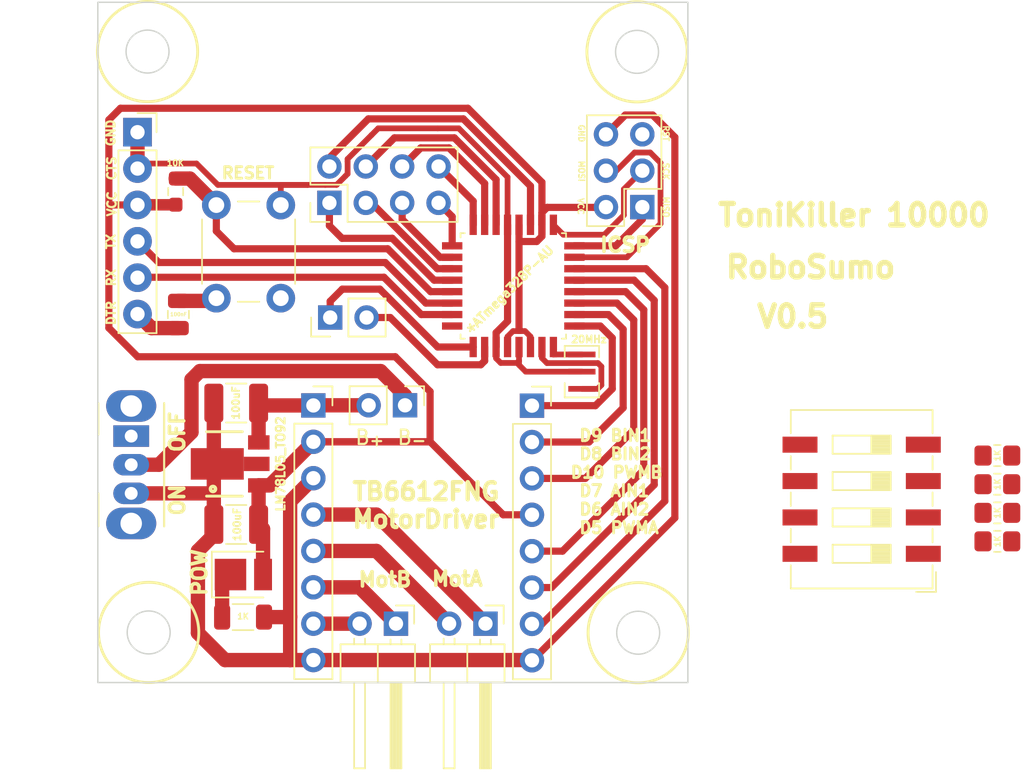
<source format=kicad_pcb>
(kicad_pcb (version 20221018) (generator pcbnew)
  (layers (0 "F.Cu" signal) (31 "B.Cu" signal) (34 "B.Paste" user) (35 "F.Paste" user) (36 "B.SilkS" user "B.Silkscreen") (37 "F.SilkS" user "F.Silkscreen") (38 "B.Mask" user) (39 "F.Mask" user) (44 "Edge.Cuts" user))
  (net 0 "")
  (net 1 "+BATT")
  (net 2 "RESET")
  (net 3 "Net-(J7-Pin_2)")
  (net 4 "Net-(J7-Pin_1)")
  (net 5 "Net-(J6-Pin_1)")
  (net 6 "Net-(J6-Pin_2)")
  (net 7 "Net-(D1-K)")
  (net 8 "DTR")
  (net 9 "MISO")
  (net 10 "SCK")
  (net 11 "Net-(R7-Pad2)")
  (net 12 "PWMA")
  (net 13 "AIN2")
  (net 14 "Net-(U1-XTAL1{slash}PB6)")
  (net 15 "Net-(U1-XTAL2{slash}PB7)")
  (net 16 "PWMB")
  (net 17 "BIN2")
  (net 18 "BIN1")
  (net 19 "MOSI")
  (net 20 "A6")
  (net 21 "A7")
  (net 22 "Sensor0")
  (net 23 "Sensor1")
  (net 24 "Net-(R8-Pad2)")
  (net 25 "Net-(R9-Pad2)")
  (net 26 "Net-(R10-Pad2)")
  (net 27 "TX")
  (net 28 "RX")
  (net 29 "AIN1")
  (net 30 "A0")
  (net 31 "A1")
  (net 32 "A2")
  (net 33 "A3")
  (net 34 "+5V")
  (net 36 "unconnected-(U1-PD4-Pad2)")
  (net 37 "unconnected-(U1-~PD3-Pad1)")
  (net 38 "GND")
  (net 39 "Net-(J1-Pin_1)")
  (footprint "Resistor_SMD:R_0805_2012Metric_Pad1.20x1.40mm_HandSolder" (layer "F.Cu") (at 171.65 110.4)
    (fp_text reference "R9" hide)
    (fp_text value "1K" (at 0.01 0 90) (layer "F.SilkS") (effects (font (size 0.4 0.4) (thickness 0.1))))
    (pad "1" smd roundrect (at -1 0) (size 1.2 1.4) (layers "F.Cu" "F.Paste" "F.Mask") (roundrect_rratio 0.208333) (net 34 "+5V"))
    (pad "2" smd roundrect (at 1 0) (size 1.2 1.4) (layers "F.Cu" "F.Paste" "F.Mask") (roundrect_rratio 0.208333) (net 25 "Net-(R9-Pad2)"))
  )
  (footprint "Capacitor_SMD:C_0805_2012Metric" (layer "F.Cu") (at 114.465 98.55 90)
    (fp_text reference "C3" hide)
    (fp_text value "100nF" (at 0.01 0.01) (layer "F.SilkS") (effects (font (size 0.25 0.25) (thickness 0.0625))))
    (pad "1" smd roundrect (at -0.95 0 90) (size 1 1.45) (layers "F.Cu" "F.Paste" "F.Mask") (net 8 "DTR"))
    (pad "2" smd roundrect (at 0.95 0 90) (size 1 1.45) (layers "F.Cu" "F.Paste" "F.Mask") (net 2 "RESET"))
  )
  (footprint "Resistor_SMD:R_0603_1608Metric_Pad0.98x0.95mm_HandSolder" (layer "F.Cu") (at 114.275 89.97 -90)
    (fp_text reference "R2" hide)
    (fp_text value "10K" (at -1.99 0.02) (layer "F.SilkS") (effects (font (size 0.4 0.4) (thickness 0.1))))
    (pad "1" smd roundrect (at -0.9125 0 270) (size 0.975 0.95) (layers "F.Cu" "F.Paste" "F.Mask") (net 2 "RESET"))
    (pad "2" smd roundrect (at 0.9125 0 270) (size 0.975 0.95) (layers "F.Cu" "F.Paste" "F.Mask") (net 34 "+5V"))
  )
  (footprint "Crystal:Resonator_SMD_Murata_CSTxExxV-3Pin_3.0x1.1mm" (layer "F.Cu") (at 142.639686 102.5412 90)
    (fp_text reference "Y1" hide)
    (fp_text value "20MHz" (at 2.257201 0.492801 180) (layer "F.SilkS") (effects (font (size 0.5 0.5) (thickness 0.125))))
    (pad "1" smd rect (at -1.2 0 90) (size 0.4 1.9) (layers "F.Cu" "F.Paste" "F.Mask") (net 14 "Net-(U1-XTAL1{slash}PB6)"))
    (pad "2" smd rect (at 0 0 90) (size 0.4 1.9) (layers "F.Cu" "F.Paste" "F.Mask") (net 38 "GND"))
    (pad "3" smd rect (at 1.2 0 90) (size 0.4 1.9) (layers "F.Cu" "F.Paste" "F.Mask") (net 15 "Net-(U1-XTAL2{slash}PB7)"))
  )
  (footprint "Resistor_SMD:R_0805_2012Metric_Pad1.20x1.40mm_HandSolder" (layer "F.Cu") (at 171.65 112.4)
    (fp_text reference "R8" hide)
    (fp_text value "1K" (at 0.01 0 90) (layer "F.SilkS") (effects (font (size 0.4 0.4) (thickness 0.1))))
    (pad "1" smd roundrect (at -1 0) (size 1.2 1.4) (layers "F.Cu" "F.Paste" "F.Mask") (roundrect_rratio 0.208333) (net 34 "+5V"))
    (pad "2" smd roundrect (at 1 0) (size 1.2 1.4) (layers "F.Cu" "F.Paste" "F.Mask") (roundrect_rratio 0.208333) (net 24 "Net-(R8-Pad2)"))
  )
  (footprint "Resistor_SMD:R_1206_3216Metric" (layer "F.Cu") (at 118.98125 119.67875 180)
    (fp_text reference "R1" hide)
    (fp_text value "1K" (at 0 0.05) (layer "F.SilkS") (effects (font (size 0.4 0.4) (thickness 0.1))))
    (pad "1" smd roundrect (at -1.4625 0 180) (size 1.125 1.75) (layers "F.Cu" "F.Paste" "F.Mask") (roundrect_rratio 0.222222) (net 38 "GND"))
    (pad "2" smd roundrect (at 1.4625 0 180) (size 1.125 1.75) (layers "F.Cu" "F.Paste" "F.Mask") (roundrect_rratio 0.222222) (net 7 "Net-(D1-K)"))
  )
  (footprint "Button_Switch_SMD:SW_DIP_SPSTx04_Slide_9.78x12.34mm_W8.61mm_P2.54mm" (layer "F.Cu") (at 162.175 111.45 180)
    (fp_text reference "SW3" hide)
    (fp_text value "SW_DIP_x04")
    (pad "1" smd rect (at -4.305 -3.81 180) (size 2.44 1.12) (layers "F.Cu" "F.Paste" "F.Mask") (net 11 "Net-(R7-Pad2)"))
    (pad "2" smd rect (at -4.305 -1.27 180) (size 2.44 1.12) (layers "F.Cu" "F.Paste" "F.Mask") (net 24 "Net-(R8-Pad2)"))
    (pad "3" smd rect (at -4.305 1.27 180) (size 2.44 1.12) (layers "F.Cu" "F.Paste" "F.Mask") (net 25 "Net-(R9-Pad2)"))
    (pad "4" smd rect (at -4.305 3.81 180) (size 2.44 1.12) (layers "F.Cu" "F.Paste" "F.Mask") (net 26 "Net-(R10-Pad2)"))
    (pad "5" smd rect (at 4.305 3.81 180) (size 2.44 1.12) (layers "F.Cu" "F.Paste" "F.Mask") (net 38 "GND"))
    (pad "6" smd rect (at 4.305 1.27 180) (size 2.44 1.12) (layers "F.Cu" "F.Paste" "F.Mask") (net 38 "GND"))
    (pad "7" smd rect (at 4.305 -1.27 180) (size 2.44 1.12) (layers "F.Cu" "F.Paste" "F.Mask") (net 38 "GND"))
    (pad "8" smd rect (at 4.305 -3.81 180) (size 2.44 1.12) (layers "F.Cu" "F.Paste" "F.Mask") (net 38 "GND"))
  )
  (footprint "78L05:PK(R-PSSO-F3)" (layer "F.Cu") (at 116.43 108.9825 90)
    (fp_text reference "U2" hide)
    (fp_text value "LM78L05_TO92" (at -0.0025 5.175 90) (layer "F.SilkS") (effects (font (size 0.6 0.6))))
    (pad "1" smd rect (at -1.5 3.65 90) (size 1 1.5) (layers "F.Cu" "F.Paste" "F.Mask") (net 34 "+5V"))
    (pad "2" smd rect (at 0 0.75 90) (size 2.2 3.7) (layers "F.Cu" "F.Paste" "F.Mask") (net 38 "GND"))
    (pad "2" smd rect (at 0 3.5 90) (size 1 1.8) (layers "F.Cu" "F.Paste" "F.Mask") (net 38 "GND"))
    (pad "3" smd rect (at 1.5 3.65 90) (size 1 1.5) (layers "F.Cu" "F.Paste" "F.Mask") (net 1 "+BATT"))
  )
  (footprint "Connector_PinHeader_2.54mm:PinHeader_1x02_P2.54mm_Vertical" (layer "F.Cu") (at 125.065 98.76 90)
    (fp_text reference "J1" hide)
    (fp_text value "BAT" hide)
    (pad "1" thru_hole rect (at 0 0 90) (size 1.7 1.7) (drill 1) (layers "*.Cu" "*.Mask"))
    (pad "2" thru_hole oval (at 0 2.54 90) (size 1.7 1.7) (drill 1) (layers "*.Cu" "*.Mask"))
  )
  (footprint "LED_SMD:LED_PLCC_2835" (layer "F.Cu") (at 119.00125 116.70875)
    (fp_text reference "D1" hide)
    (fp_text value "POW")
    (pad "1" smd rect (at -0.9 0) (size 2.2 2.2) (layers "F.Cu" "F.Paste" "F.Mask") (net 7 "Net-(D1-K)"))
    (pad "2" smd rect (at 1.375 0) (size 1.25 2.2) (layers "F.Cu" "F.Paste" "F.Mask") (net 34 "+5V"))
  )
  (footprint "Resistor_SMD:R_0805_2012Metric_Pad1.20x1.40mm_HandSolder" (layer "F.Cu") (at 171.65 108.4)
    (fp_text reference "R10" hide)
    (fp_text value "1K" (at 0.01 0 90) (layer "F.SilkS") (effects (font (size 0.4 0.4) (thickness 0.1))))
    (pad "1" smd roundrect (at -1 0) (size 1.2 1.4) (layers "F.Cu" "F.Paste" "F.Mask") (roundrect_rratio 0.208333) (net 34 "+5V"))
    (pad "2" smd roundrect (at 1 0) (size 1.2 1.4) (layers "F.Cu" "F.Paste" "F.Mask") (roundrect_rratio 0.208333) (net 26 "Net-(R10-Pad2)"))
  )
  (footprint "Resistor_SMD:R_0805_2012Metric_Pad1.20x1.40mm_HandSolder" (layer "F.Cu") (at 171.65 114.39)
    (fp_text reference "R7" hide)
    (fp_text value "1K" (at 0.01 0 90) (layer "F.SilkS") (effects (font (size 0.4 0.4) (thickness 0.1))))
    (pad "1" smd roundrect (at -1 0) (size 1.2 1.4) (layers "F.Cu" "F.Paste" "F.Mask") (roundrect_rratio 0.208333) (net 34 "+5V"))
    (pad "2" smd roundrect (at 1 0) (size 1.2 1.4) (layers "F.Cu" "F.Paste" "F.Mask") (roundrect_rratio 0.208333) (net 11 "Net-(R7-Pad2)"))
  )
  (footprint "Connector_PinHeader_2.54mm:PinHeader_2x03_P2.54mm_Vertical" (layer "F.Cu") (at 146.86 91.05 180)
    (fp_text reference "J2" hide)
    (fp_text value "ICSP" (at 1.2 -2.64 unlocked) (layer "F.SilkS") (effects (font (thickness 0.25))))
    (pad "1" thru_hole rect (at 0 0 180) (size 1.7 1.7) (drill 1) (layers "*.Cu" "*.Mask") (net 9 "MISO"))
    (pad "2" thru_hole oval (at 2.54 0 180) (size 1.7 1.7) (drill 1) (layers "*.Cu" "*.Mask") (net 34 "+5V"))
    (pad "3" thru_hole oval (at 0 2.54 180) (size 1.7 1.7) (drill 1) (layers "*.Cu" "*.Mask") (net 10 "SCK"))
    (pad "4" thru_hole oval (at 2.54 2.54 180) (size 1.7 1.7) (drill 1) (layers "*.Cu" "*.Mask") (net 19 "MOSI"))
    (pad "5" thru_hole oval (at 0 5.08 180) (size 1.7 1.7) (drill 1) (layers "*.Cu" "*.Mask") (net 2 "RESET"))
    (pad "6" thru_hole oval (at 2.54 5.08 180) (size 1.7 1.7) (drill 1) (layers "*.Cu" "*.Mask") (net 38 "GND"))
  )
  (footprint "Connector_PinHeader_2.54mm:PinHeader_2x04_P2.54mm_Vertical" (layer "F.Cu") (at 125.01 90.755 90)
    (fp_text reference "REF**" hide)
    (fp_text value "PinHeader_2x04_P2.54mm_Vertical" hide)
    (pad "1" thru_hole rect (at 0 0 90) (size 1.7 1.7) (drill 1) (layers "*.Cu" "*.Mask"))
    (pad "2" thru_hole oval (at 2.54 0 90) (size 1.7 1.7) (drill 1) (layers "*.Cu" "*.Mask"))
    (pad "3" thru_hole oval (at 0 2.54 90) (size 1.7 1.7) (drill 1) (layers "*.Cu" "*.Mask"))
    (pad "4" thru_hole oval (at 2.54 2.54 90) (size 1.7 1.7) (drill 1) (layers "*.Cu" "*.Mask"))
    (pad "5" thru_hole oval (at 0 5.08 90) (size 1.7 1.7) (drill 1) (layers "*.Cu" "*.Mask"))
    (pad "6" thru_hole oval (at 2.54 5.08 90) (size 1.7 1.7) (drill 1) (layers "*.Cu" "*.Mask"))
    (pad "7" thru_hole oval (at 0 7.62 90) (size 1.7 1.7) (drill 1) (layers "*.Cu" "*.Mask"))
    (pad "8" thru_hole oval (at 2.54 7.62 90) (size 1.7 1.7) (drill 1) (layers "*.Cu" "*.Mask"))
  )
  (footprint "Connector_PinSocket_2.54mm:PinSocket_1x08_P2.54mm_Vertical" (layer "F.Cu") (at 139.155 104.915)
    (fp_text reference "J9" hide)
    (fp_text value "Conn_01x03")
    (pad "1" thru_hole rect (at 0 0) (size 1.7 1.7) (drill 1) (layers "*.Cu" "*.Mask") (net 12 "PWMA"))
    (pad "2" thru_hole oval (at 0 2.54) (size 1.7 1.7) (drill 1) (layers "*.Cu" "*.Mask") (net 13 "AIN2"))
    (pad "3" thru_hole oval (at 0 5.08) (size 1.7 1.7) (drill 1) (layers "*.Cu" "*.Mask") (net 29 "AIN1"))
    (pad "4" thru_hole oval (at 0 7.62) (size 1.7 1.7) (drill 1) (layers "*.Cu" "*.Mask") (net 34 "+5V"))
    (pad "5" thru_hole oval (at 0 10.16) (size 1.7 1.7) (drill 1) (layers "*.Cu" "*.Mask") (net 18 "BIN1"))
    (pad "6" thru_hole oval (at 0 12.7) (size 1.7 1.7) (drill 1) (layers "*.Cu" "*.Mask") (net 17 "BIN2"))
    (pad "7" thru_hole oval (at 0 15.24) (size 1.7 1.7) (drill 1) (layers "*.Cu" "*.Mask") (net 16 "PWMB"))
    (pad "8" thru_hole oval (at 0 17.78) (size 1.7 1.7) (drill 1) (layers "*.Cu" "*.Mask") (net 38 "GND"))
  )
  (footprint "Connector_PinSocket_2.54mm:PinSocket_1x06_P2.54mm_Vertical" (layer "F.Cu") (at 111.61 85.82)
    (fp_text reference "J5" hide)
    (fp_text value "Conn_01x06_MountingPin")
    (pad "1" thru_hole rect (at 0 0) (size 2 2) (drill 1) (layers "*.Cu" "*.Mask") (net 38 "GND"))
    (pad "2" thru_hole oval (at 0 2.54) (size 2 2) (drill 1) (layers "*.Cu" "*.Mask") (net 38 "GND"))
    (pad "3" thru_hole oval (at 0 5.08) (size 2 2) (drill 1) (layers "*.Cu" "*.Mask") (net 34 "+5V"))
    (pad "4" thru_hole oval (at 0 7.62) (size 2 2) (drill 1) (layers "*.Cu" "*.Mask") (net 27 "TX"))
    (pad "5" thru_hole oval (at 0 10.16) (size 2 2) (drill 1) (layers "*.Cu" "*.Mask") (net 28 "RX"))
    (pad "6" thru_hole oval (at 0 12.7) (size 2 2) (drill 1) (layers "*.Cu" "*.Mask") (net 8 "DTR"))
  )
  (footprint "TQFP32_32A_MCH" (layer "F.Cu") (at 137.849687 96.554 90)
    (fp_text reference "U1" hide)
    (fp_text value "ATmega328P-AU " (at 0.1364 0.13 45 unlocked) (layer "F.SilkS") (effects (font (size 0.6 0.6))))
    (fp_text user "*" (at -2.92 -2.62 90) (layer "F.SilkS"))
    (pad "1" smd rect (at -4.2672 -2.799999 180) (size 0.508 1.4224) (layers "F.Cu" "F.Paste" "F.Mask") (net 37 "unconnected-(U1-~PD3-Pad1)"))
    (pad "2" smd rect (at -4.2672 -2.000001 180) (size 0.508 1.4224) (layers "F.Cu" "F.Paste" "F.Mask") (net 36 "unconnected-(U1-PD4-Pad2)"))
    (pad "3" smd rect (at -4.2672 -1.2 180) (size 0.508 1.4224) (layers "F.Cu" "F.Paste" "F.Mask") (net 38 "GND"))
    (pad "4" smd rect (at -4.2672 -0.399999 180) (size 0.508 1.4224) (layers "F.Cu" "F.Paste" "F.Mask") (net 34 "+5V"))
    (pad "5" smd rect (at -4.2672 0.399999 180) (size 0.508 1.4224) (layers "F.Cu" "F.Paste" "F.Mask") (net 38 "GND"))
    (pad "6" smd rect (at -4.2672 1.2 180) (size 0.508 1.4224) (layers "F.Cu" "F.Paste" "F.Mask") (net 34 "+5V"))
    (pad "7" smd rect (at -4.2672 1.999999 180) (size 0.508 1.4224) (layers "F.Cu" "F.Paste" "F.Mask") (net 14 "Net-(U1-XTAL1{slash}PB6)"))
    (pad "8" smd rect (at -4.2672 2.799999 180) (size 0.508 1.4224) (layers "F.Cu" "F.Paste" "F.Mask") (net 15 "Net-(U1-XTAL2{slash}PB7)"))
    (pad "9" smd rect (at -2.799999 4.2672 90) (size 0.508 1.4224) (layers "F.Cu" "F.Paste" "F.Mask") (net 12 "PWMA"))
    (pad "10" smd rect (at -2.000001 4.2672 90) (size 0.508 1.4224) (layers "F.Cu" "F.Paste" "F.Mask") (net 13 "AIN2"))
    (pad "11" smd rect (at -1.2 4.2672 90) (size 0.508 1.4224) (layers "F.Cu" "F.Paste" "F.Mask") (net 29 "AIN1"))
    (pad "12" smd rect (at -0.399999 4.2672 90) (size 0.508 1.4224) (layers "F.Cu" "F.Paste" "F.Mask") (net 18 "BIN1"))
    (pad "13" smd rect (at 0.399999 4.2672 90) (size 0.508 1.4224) (layers "F.Cu" "F.Paste" "F.Mask") (net 17 "BIN2"))
    (pad "14" smd rect (at 1.2 4.2672 90) (size 0.508 1.4224) (layers "F.Cu" "F.Paste" "F.Mask") (net 16 "PWMB"))
    (pad "15" smd rect (at 1.999999 4.2672 90) (size 0.508 1.4224) (layers "F.Cu" "F.Paste" "F.Mask") (net 19 "MOSI"))
    (pad "16" smd rect (at 2.799999 4.2672 90) (size 0.508 1.4224) (layers "F.Cu" "F.Paste" "F.Mask") (net 9 "MISO"))
    (pad "17" smd rect (at 4.2672 2.799999 180) (size 0.508 1.4224) (layers "F.Cu" "F.Paste" "F.Mask") (net 10 "SCK"))
    (pad "18" smd rect (at 4.2672 2.000001 180) (size 0.508 1.4224) (layers "F.Cu" "F.Paste" "F.Mask") (net 34 "+5V"))
    (pad "19" smd rect (at 4.2672 1.2 180) (size 0.508 1.4224) (layers "F.Cu" "F.Paste" "F.Mask") (net 20 "A6"))
    (pad "20" smd rect (at 4.2672 0.399999 180) (size 0.508 1.4224) (layers "F.Cu" "F.Paste" "F.Mask") (net 34 "+5V"))
    (pad "21" smd rect (at 4.2672 -0.399999 180) (size 0.508 1.4224) (layers "F.Cu" "F.Paste" "F.Mask") (net 38 "GND"))
    (pad "22" smd rect (at 4.2672 -1.2 180) (size 0.508 1.4224) (layers "F.Cu" "F.Paste" "F.Mask") (net 21 "A7"))
    (pad "23" smd rect (at 4.2672 -1.999999 180) (size 0.508 1.4224) (layers "F.Cu" "F.Paste" "F.Mask") (net 30 "A0"))
    (pad "24" smd rect (at 4.2672 -2.799999 180) (size 0.508 1.4224) (layers "F.Cu" "F.Paste" "F.Mask") (net 31 "A1"))
    (pad "25" smd rect (at 2.799999 -4.2672 90) (size 0.508 1.4224) (layers "F.Cu" "F.Paste" "F.Mask") (net 32 "A2"))
    (pad "26" smd rect (at 2.000001 -4.2672 90) (size 0.508 1.4224) (layers "F.Cu" "F.Paste" "F.Mask") (net 33 "A3"))
    (pad "27" smd rect (at 1.2 -4.2672 90) (size 0.508 1.4224) (layers "F.Cu" "F.Paste" "F.Mask") (net 22 "Sensor0"))
    (pad "28" smd rect (at 0.399999 -4.2672 90) (size 0.508 1.4224) (layers "F.Cu" "F.Paste" "F.Mask") (net 23 "Sensor1"))
    (pad "29" smd rect (at -0.399999 -4.2672 90) (size 0.508 1.4224) (layers "F.Cu" "F.Paste" "F.Mask") (net 2 "RESET"))
    (pad "30" smd rect (at -1.2 -4.2672 90) (size 0.508 1.4224) (layers "F.Cu" "F.Paste" "F.Mask") (net 27 "TX"))
    (pad "31" smd rect (at -1.999999 -4.2672 90) (size 0.508 1.4224) (layers "F.Cu" "F.Paste" "F.Mask") (net 28 "RX"))
    (pad "32" smd rect (at -2.799999 -4.2672 90) (size 0.508 1.4224) (layers "F.Cu" "F.Paste" "F.Mask"))
  )
  (footprint "Connector_PinHeader_2.54mm:PinHeader_1x02_P2.54mm_Horizontal" (layer "F.Cu") (at 129.6576 120.137728 -90)
    (fp_text reference "J6" hide)
    (fp_text value "MotB" (at -3.078272 0.7668) (layer "F.SilkS") (effects (font (thickness 7))))
    (pad "1" thru_hole rect (at 0 0 270) (size 1.7 1.7) (drill 1) (layers "*.Cu" "*.Mask") (net 5 "Net-(J6-Pin_1)"))
    (pad "x" thru_hole oval (at 0 2.54 270) (size 1.7 1.7) (drill 1) (layers "*.Cu" "*.Mask"))
  )
  (footprint "Connector_PinHeader_2.54mm:PinHeader_1x02_P2.54mm_Vertical" (layer "F.Cu") (at 130.29 104.89 -90)
    (fp_text reference "J1" hide)
    (fp_text value "BAT" hide)
    (pad "1" thru_hole rect (at 0 0 270) (size 1.7 1.7) (drill 1) (layers "*.Cu" "*.Mask") (net 39 "Net-(J1-Pin_1)"))
    (pad "2" thru_hole oval (at 0 2.54 270) (size 1.7 1.7) (drill 1) (layers "*.Cu" "*.Mask") (net 1 "+BATT"))
  )
  (footprint "Capacitor_SMD:C_1210_3225Metric_Pad1.33x2.70mm_HandSolder" (layer "F.Cu") (at 118.5025 104.7325 180)
    (fp_text reference "C1" hide)
    (fp_text value "100uF" (at 0.02 0.01 90) (layer "F.SilkS") (effects (font (size 0.5 0.5) (thickness 0.125))))
    (pad "1" smd roundrect (at -1.5625 0 180) (size 1.325 2.7) (layers "F.Cu" "F.Paste" "F.Mask") (roundrect_rratio 0.188679) (net 1 "+BATT"))
    (pad "2" smd roundrect (at 1.5625 0 180) (size 1.325 2.7) (layers "F.Cu" "F.Paste" "F.Mask") (roundrect_rratio 0.188679) (net 38 "GND"))
  )
  (footprint "Connector_PinSocket_2.54mm:PinSocket_1x08_P2.54mm_Vertical" (layer "F.Cu") (at 123.89 104.9)
    (fp_text reference "J8" hide)
    (fp_text value "BAT")
    (pad "1" thru_hole rect (at 0 0) (size 1.7 1.7) (drill 1) (layers "*.Cu" "*.Mask") (net 1 "+BATT"))
    (pad "2" thru_hole oval (at 0 2.54) (size 1.7 1.7) (drill 1) (layers "*.Cu" "*.Mask") (net 34 "+5V"))
    (pad "3" thru_hole oval (at 0 5.08) (size 1.7 1.7) (drill 1) (layers "*.Cu" "*.Mask") (net 38 "GND"))
    (pad "4" thru_hole oval (at 0 7.62) (size 1.7 1.7) (drill 1) (layers "*.Cu" "*.Mask") (net 4 "Net-(J7-Pin_1)"))
    (pad "5" thru_hole oval (at 0 10.16) (size 1.7 1.7) (drill 1) (layers "*.Cu" "*.Mask") (net 3 "Net-(J7-Pin_2)"))
    (pad "6" thru_hole oval (at 0 12.7) (size 1.7 1.7) (drill 1) (layers "*.Cu" "*.Mask") (net 5 "Net-(J6-Pin_1)"))
    (pad "7" thru_hole oval (at 0 15.24) (size 1.7 1.7) (drill 1) (layers "*.Cu" "*.Mask") (net 6 "Net-(J6-Pin_2)"))
    (pad "8" thru_hole oval (at 0 17.78) (size 1.7 1.7) (drill 1) (layers "*.Cu" "*.Mask") (net 38 "GND"))
  )
  (footprint "Capacitor_SMD:C_1210_3225Metric_Pad1.33x2.70mm_HandSolder" (layer "F.Cu") (at 118.5025 113.2125 180)
    (fp_text reference "C2" hide)
    (fp_text value "100uF" (at -0.07 0 90) (layer "F.SilkS") (effects (font (size 0.5 0.5) (thickness 0.125))))
    (pad "1" smd roundrect (at -1.5625 0 180) (size 1.325 2.7) (layers "F.Cu" "F.Paste" "F.Mask") (roundrect_rratio 0.188679) (net 34 "+5V"))
    (pad "2" smd roundrect (at 1.5625 0 180) (size 1.325 2.7) (layers "F.Cu" "F.Paste" "F.Mask") (roundrect_rratio 0.188679) (net 38 "GND"))
  )
  (footprint "Button_Switch_THT:SW_PUSH_6mm" (layer "F.Cu") (at 121.615 90.91 -90)
    (fp_text reference "SW2" hide)
    (fp_text value "RESET" (at -2.24 2.29 -180) (layer "F.SilkS") (effects (font (size 0.8 0.8) (thickness 0.2) bold)))
    (pad "1" thru_hole circle (at 0 0) (size 2 2) (drill 1.1) (layers "*.Cu" "*.Mask") (net 38 "GND"))
    (pad "1" thru_hole circle (at 6.5 0) (size 2 2) (drill 1.1) (layers "*.Cu" "*.Mask") (net 38 "GND"))
    (pad "2" thru_hole circle (at 0 4.5) (size 2 2) (drill 1.1) (layers "*.Cu" "*.Mask") (net 2 "RESET"))
    (pad "2" thru_hole circle (at 6.5 4.5) (size 2 2) (drill 1.1) (layers "*.Cu" "*.Mask") (net 2 "RESET"))
  )
  (footprint "Button_Switch_THT:SW_CuK_OS102011MA1QN1_SPDT_Angled" (layer "F.Cu") (at 111.17 107.04 -90)
    (fp_text reference "SW1" hide)
    (fp_text value "SW_SPDT" hide)
    (pad "" thru_hole oval (at -2.1 0 270) (size 2.2 3.5) (drill 1.5) (layers "*.Cu" "*.Mask"))
    (pad "" thru_hole oval (at 6.1 0 270) (size 2.2 3.5) (drill 1.5) (layers "*.Cu" "*.Mask"))
    (pad "1" thru_hole rect (at 0 0 270) (size 1.5 2.5) (drill 0.9) (layers "*.Cu" "*.Mask"))
    (pad "2" thru_hole oval (at 2 0 270) (size 1.5 2.5) (drill 0.9) (layers "*.Cu" "*.Mask") (net 39 "Net-(J1-Pin_1)"))
    (pad "3" thru_hole oval (at 4 0 270) (size 1.5 2.5) (drill 0.9) (layers "*.Cu" "*.Mask") (net 38 "GND"))
  )
  (footprint "Connector_PinHeader_2.54mm:PinHeader_1x02_P2.54mm_Horizontal" (layer "F.Cu") (at 135.9076 120.137728 -90)
    (fp_text reference "J7" hide)
    (fp_text value "MotA" (at -3.128272 1.9668) (layer "F.SilkS") (effects (font (thickness 7))))
    (pad "1" thru_hole rect (at 0 0 270) (size 1.7 1.7) (drill 1) (layers "*.Cu" "*.Mask") (net 4 "Net-(J7-Pin_1)"))
    (pad "2" thru_hole oval (at 0 2.54 270) (size 1.7 1.7) (drill 1) (layers "*.Cu" "*.Mask") (net 3 "Net-(J7-Pin_2)"))
  )
  (gr_circle (center 146.57 120.77) (end 146.57 124.27) (stroke (width 0.2)) (fill none) (layer "F.SilkS"))
  (gr_circle (center 146.49 80.21) (end 146.49 83.71) (stroke (width 0.2)) (fill none) (layer "F.SilkS"))
  (gr_circle (center 112.39 120.75) (end 112.39 124.25) (stroke (width 0.2)) (fill none) (layer "F.SilkS"))
  (gr_circle (center 112.31 80.19) (end 112.31 83.69) (stroke (width 0.2)) (fill none) (layer "F.SilkS"))
  (gr_circle (center 146.49 80.21) (end 146.49 81.71) (stroke (width 0.1)) (fill none) (layer "Edge.Cuts"))
  (gr_circle (center 146.57 120.77) (end 146.57 122.27) (stroke (width 0.1)) (fill none) (layer "Edge.Cuts"))
  (gr_circle (center 112.39 120.75) (end 112.39 122.25) (stroke (width 0.1)) (fill none) (layer "Edge.Cuts"))
  (gr_circle (center 112.31 80.19) (end 112.31 81.69) (stroke (width 0.1)) (fill none) (layer "Edge.Cuts"))
  (gr_rect (start 108.84 76.75) (end 150.04 124.25) (stroke (width 0.1)) (fill none) (layer "Edge.Cuts"))
  (gr_text "MISO\n" (at 148.51 91.05 -90) (layer "F.SilkS") (effects (font (size 0.4 0.4) (thickness 0.1))))
  (gr_text " D9 BIN1\n D8 BIN2\nD10 PWMB\n D7 AIN1\n D6 AIN2\n D5 PWMA" (at 141.75 110.22) (layer "F.SilkS") (effects (font (size 0.8 0.8) (thickness 0.2)) (justify left)))
  (gr_text "TX" (at 109.75 93.46 90) (layer "F.SilkS") (effects (font (size 0.6 0.6) (thickness 0.15) bold)))
  (gr_text "B_{+}" (at 127.82 107.13) (layer "F.SilkS") (effects (font (size 1 1))))
  (gr_text "VCC" (at 109.82 90.82 90) (layer "F.SilkS") (effects (font (size 0.6 0.6) (thickness 0.15) bold)))
  (gr_text "TB6612FNG \nMotorDriver" (at 126.47 113.55) (layer "F.SilkS") (effects (font (size 1.2 1.2) (thickness 0.3) bold) (justify left bottom)))
  (gr_text "V0.5\n" (at 157.36 98.7) (layer "F.SilkS") (effects (font (size 1.5 1.5) (thickness 0.375))))
  (gr_text "B_{-}" (at 130.76 107.13) (layer "F.SilkS") (effects (font (size 1 1))))
  (gr_text "MOSI\n" (at 142.61 88.55 -90) (layer "F.SilkS") (effects (font (size 0.4 0.4) (thickness 0.1))))
  (gr_text "RST" (at 148.51 85.9 -90) (layer "F.SilkS") (effects (font (size 0.4 0.4) (thickness 0.1))))
  (gr_text "CTS" (at 109.81 88.34 90) (layer "F.SilkS") (effects (font (size 0.6 0.6) (thickness 0.15) bold)))
  (gr_text "GND" (at 142.61 85.9 -90) (layer "F.SilkS") (effects (font (size 0.4 0.4) (thickness 0.1))))
  (gr_text "DTR" (at 109.77 98.45 90) (layer "F.SilkS") (effects (font (size 0.6 0.6) (thickness 0.15) bold)))
  (gr_text "SCK" (at 148.51 88.55 -90) (layer "F.SilkS") (effects (font (size 0.4 0.4) (thickness 0.1))))
  (gr_text "RX" (at 109.78 95.98 90) (layer "F.SilkS") (effects (font (size 0.6 0.6) (thickness 0.15) bold)))
  (gr_text "GND" (at 109.74 85.87 90) (layer "F.SilkS") (effects (font (size 0.6 0.6) (thickness 0.15) bold)))
  (gr_text "OFF\n" (at 114.39 106.74 90) (layer "F.SilkS") (effects (font (size 1 1) (thickness 0.25))))
  (gr_text "ToniKiller 10000\n" (at 161.64 91.62) (layer "F.SilkS") (effects (font (size 1.5 1.5) (thickness 0.375))))
  (gr_text "RoboSumo" (at 158.61 95.25) (layer "F.SilkS") (effects (font (size 1.5 1.5) (thickness 0.375) bold)))
  (gr_text "VCC" (at 142.56 91 -90) (layer "F.SilkS") (effects (font (size 0.4 0.4) (thickness 0.1))))
  (gr_text "ON" (at 114.39 111.5 90) (layer "F.SilkS") (effects (font (size 1 1) (thickness 0.25))))
  (gr_text "POW" (at 115.93 116.56 90) (layer "F.SilkS") (effects (font (size 1 1) (thickness 0.25))))
  (segment (start 120.065 107.4675) (end 120.08 107.4825) (width 1) (layer "F.Cu") (net 1))
  (segment (start 123.9 104.89) (end 123.89 104.9) (width 1) (layer "F.Cu") (net 1))
  (segment (start 120.06 104.7275) (end 120.065 104.7325) (width 1) (layer "F.Cu") (net 1))
  (segment (start 123.89 104.9) (end 120.2325 104.9) (width 1) (layer "F.Cu") (net 1))
  (segment (start 127.715 104.89) (end 123.9 104.89) (width 1) (layer "F.Cu") (net 1))
  (segment (start 120.2325 104.9) (end 120.065 104.7325) (width 1) (layer "F.Cu") (net 1))
  (segment (start 127.755 104.85) (end 127.715 104.89) (width 1) (layer "F.Cu") (net 1))
  (segment (start 120.065 104.7325) (end 120.065 107.4675) (width 1) (layer "F.Cu") (net 1))
  (segment (start 117.115 92.725) (end 117.115 90.91) (width 0.5) (layer "F.Cu") (net 2))
  (segment (start 133.582487 96.953999) (end 132.073999 96.953999) (width 0.5) (layer "F.Cu") (net 2))
  (segment (start 118.35 93.96) (end 117.115 92.725) (width 0.5) (layer "F.Cu") (net 2))
  (segment (start 129.08 93.96) (end 118.35 93.96) (width 0.5) (layer "F.Cu") (net 2))
  (segment (start 132.073999 96.953999) (end 129.08 93.96) (width 0.5) (layer "F.Cu") (net 2))
  (segment (start 116.925 97.6) (end 117.115 97.41) (width 1) (layer "F.Cu") (net 2))
  (segment (start 114.275 89.0575) (end 115.2625 89.0575) (width 1) (layer "F.Cu") (net 2))
  (segment (start 114.465 97.6) (end 116.925 97.6) (width 1) (layer "F.Cu") (net 2))
  (segment (start 115.2625 89.0575) (end 117.115 90.91) (width 1) (layer "F.Cu") (net 2))
  (segment (start 123.89 115.06) (end 128.289872 115.06) (width 1) (layer "F.Cu") (net 3))
  (segment (start 128.289872 115.06) (end 133.3676 120.137728) (width 1) (layer "F.Cu") (net 3))
  (segment (start 128.289872 112.52) (end 135.9076 120.137728) (width 1) (layer "F.Cu") (net 4))
  (segment (start 123.89 112.52) (end 128.289872 112.52) (width 1) (layer "F.Cu") (net 4))
  (segment (start 123.89 117.6) (end 127.119872 117.6) (width 1) (layer "F.Cu") (net 5))
  (segment (start 127.119872 117.6) (end 129.6576 120.137728) (width 1) (layer "F.Cu") (net 5))
  (segment (start 127.115328 120.14) (end 127.1176 120.137728) (width 1) (layer "F.Cu") (net 6))
  (segment (start 123.89 120.14) (end 127.115328 120.14) (width 1) (layer "F.Cu") (net 6))
  (segment (start 117.51875 117.29125) (end 118.10125 116.70875) (width 1) (layer "F.Cu") (net 7))
  (segment (start 117.51875 119.67875) (end 117.51875 117.29125) (width 1) (layer "F.Cu") (net 7))
  (segment (start 114.465 99.5) (end 112.59 99.5) (width 1) (layer "F.Cu") (net 8))
  (segment (start 112.59 99.5) (end 111.61 98.52) (width 1) (layer "F.Cu") (net 8))
  (segment (start 145.005999 93.754001) (end 146.86 91.9) (width 0.5) (layer "F.Cu") (net 9))
  (segment (start 146.86 91.9) (end 146.86 91.05) (width 0.5) (layer "F.Cu") (net 9))
  (segment (start 142.116887 93.754001) (end 145.005999 93.754001) (width 0.5) (layer "F.Cu") (net 9))
  (segment (start 145.57 91.61) (end 145.57 89.8) (width 0.4) (layer "F.Cu") (net 10))
  (segment (start 145.57 89.8) (end 146.86 88.51) (width 0.4) (layer "F.Cu") (net 10))
  (segment (start 140.649686 92.2868) (end 141.342886 92.98) (width 0.4) (layer "F.Cu") (net 10))
  (segment (start 144.2 92.98) (end 145.57 91.61) (width 0.4) (layer "F.Cu") (net 10))
  (segment (start 141.342886 92.98) (end 144.2 92.98) (width 0.4) (layer "F.Cu") (net 10))
  (segment (start 142.116887 99.353999) (end 143.923999 99.353999) (width 0.5) (layer "F.Cu") (net 12))
  (segment (start 143.923999 99.353999) (end 144.76 100.19) (width 0.5) (layer "F.Cu") (net 12))
  (segment (start 143.585 104.915) (end 139.155 104.915) (width 0.5) (layer "F.Cu") (net 12))
  (segment (start 144.76 100.19) (end 144.76 103.74) (width 0.5) (layer "F.Cu") (net 12))
  (segment (start 144.76 103.74) (end 143.585 104.915) (width 0.5) (layer "F.Cu") (net 12))
  (segment (start 142.116887 98.554001) (end 144.494001 98.554001) (width 0.5) (layer "F.Cu") (net 13))
  (segment (start 145.52 99.58) (end 145.52 105.07) (width 0.5) (layer "F.Cu") (net 13))
  (segment (start 143.135 107.455) (end 139.155 107.455) (width 0.5) (layer "F.Cu") (net 13))
  (segment (start 144.494001 98.554001) (end 145.52 99.58) (width 0.5) (layer "F.Cu") (net 13))
  (segment (start 145.52 105.07) (end 143.135 107.455) (width 0.5) (layer "F.Cu") (net 13))
  (segment (start 143.999686 103.4812) (end 143.999686 102.1812) (width 0.4) (layer "F.Cu") (net 14))
  (segment (start 143.999686 102.1812) (end 143.759686 101.9412) (width 0.4) (layer "F.Cu") (net 14))
  (segment (start 139.849686 101.5912) (end 139.849686 100.8212) (width 0.4) (layer "F.Cu") (net 14))
  (segment (start 142.639686 103.7412) (end 143.739686 103.7412) (width 0.4) (layer "F.Cu") (net 14))
  (segment (start 140.199686 101.9412) (end 139.849686 101.5912) (width 0.4) (layer "F.Cu") (net 14))
  (segment (start 143.739686 103.7412) (end 143.999686 103.4812) (width 0.4) (layer "F.Cu") (net 14))
  (segment (start 143.759686 101.9412) (end 140.199686 101.9412) (width 0.4) (layer "F.Cu") (net 14))
  (segment (start 140.649686 101.3412) (end 142.639686 101.3412) (width 0.4) (layer "F.Cu") (net 15))
  (segment (start 140.649686 100.8212) (end 140.649686 101.3412) (width 0.4) (layer "F.Cu") (net 15))
  (segment (start 139.855 120.155) (end 139.155 120.155) (width 0.5) (layer "F.Cu") (net 16))
  (segment (start 148.43 111.58) (end 139.855 120.155) (width 0.5) (layer "F.Cu") (net 16))
  (segment (start 147.114 95.354) (end 148.43 96.67) (width 0.5) (layer "F.Cu") (net 16))
  (segment (start 142.116887 95.354) (end 147.114 95.354) (width 0.5) (layer "F.Cu") (net 16))
  (segment (start 148.43 96.67) (end 148.43 111.58) (width 0.5) (layer "F.Cu") (net 16))
  (segment (start 142.116887 96.154001) (end 146.284001 96.154001) (width 0.5) (layer "F.Cu") (net 17))
  (segment (start 147.69 110.44) (end 140.515 117.615) (width 0.5) (layer "F.Cu") (net 17))
  (segment (start 146.284001 96.154001) (end 147.69 97.56) (width 0.5) (layer "F.Cu") (net 17))
  (segment (start 140.515 117.615) (end 139.155 117.615) (width 0.5) (layer "F.Cu") (net 17))
  (segment (start 147.69 97.56) (end 147.69 110.44) (width 0.5) (layer "F.Cu") (net 17))
  (segment (start 145.693999 96.953999) (end 146.96 98.22) (width 0.5) (layer "F.Cu") (net 18))
  (segment (start 146.96 98.22) (end 146.96 109.4) (width 0.5) (layer "F.Cu") (net 18))
  (segment (start 141.285 115.075) (end 139.155 115.075) (width 0.5) (layer "F.Cu") (net 18))
  (segment (start 142.116887 96.953999) (end 145.693999 96.953999) (width 0.5) (layer "F.Cu") (net 18))
  (segment (start 146.96 109.4) (end 141.285 115.075) (width 0.5) (layer "F.Cu") (net 18))
  (segment (start 146.32 87.24) (end 145.05 88.51) (width 0.4) (layer "F.Cu") (net 19))
  (segment (start 148.13 92.21) (end 148.13 87.96) (width 0.4) (layer "F.Cu") (net 19))
  (segment (start 147.41 87.24) (end 146.32 87.24) (width 0.4) (layer "F.Cu") (net 19))
  (segment (start 142.116887 94.554001) (end 145.785999 94.554001) (width 0.4) (layer "F.Cu") (net 19))
  (segment (start 145.785999 94.554001) (end 148.13 92.21) (width 0.4) (layer "F.Cu") (net 19))
  (segment (start 148.13 87.96) (end 147.41 87.24) (width 0.4) (layer "F.Cu") (net 19))
  (segment (start 145.05 88.51) (end 144.32 88.51) (width 0.4) (layer "F.Cu") (net 19))
  (segment (start 134.36 84.89) (end 127.73 84.89) (width 0.5) (layer "F.Cu") (net 20))
  (segment (start 125.01 87.61) (end 125.01 88.215) (width 0.5) (layer "F.Cu") (net 20))
  (segment (start 127.73 84.89) (end 125.01 87.61) (width 0.5) (layer "F.Cu") (net 20))
  (segment (start 139.049687 92.2868) (end 139.049687 89.579687) (width 0.5) (layer "F.Cu") (net 20))
  (segment (start 139.049687 89.579687) (end 134.36 84.89) (width 0.5) (layer "F.Cu") (net 20))
  (segment (start 133.735 86.215) (end 129.55 86.215) (width 0.5) (layer "F.Cu") (net 21))
  (segment (start 136.649687 89.129687) (end 133.735 86.215) (width 0.5) (layer "F.Cu") (net 21))
  (segment (start 136.649687 92.2868) (end 136.649687 89.129687) (width 0.5) (layer "F.Cu") (net 21))
  (segment (start 129.55 86.215) (end 127.55 88.215) (width 0.5) (layer "F.Cu") (net 21))
  (segment (start 133.582487 95.354) (end 132.544 95.354) (width 0.5) (layer "F.Cu") (net 22))
  (segment (start 132.544 95.354) (end 127.945 90.755) (width 0.5) (layer "F.Cu") (net 22))
  (segment (start 127.945 90.755) (end 127.55 90.755) (width 0.5) (layer "F.Cu") (net 22))
  (segment (start 132.324001 96.154001) (end 129.4 93.23) (width 0.5) (layer "F.Cu") (net 23))
  (segment (start 125.01 92.35) (end 125.01 90.755) (width 0.5) (layer "F.Cu") (net 23))
  (segment (start 133.582487 96.154001) (end 132.324001 96.154001) (width 0.5) (layer "F.Cu") (net 23))
  (segment (start 125.89 93.23) (end 125.01 92.35) (width 0.5) (layer "F.Cu") (net 23))
  (segment (start 129.4 93.23) (end 125.89 93.23) (width 0.5) (layer "F.Cu") (net 23))
  (segment (start 133.582487 97.754) (end 131.744 97.754) (width 0.5) (layer "F.Cu") (net 27))
  (segment (start 131.744 97.754) (end 128.91 94.92) (width 0.5) (layer "F.Cu") (net 27))
  (segment (start 113.09 94.92) (end 111.61 93.44) (width 0.5) (layer "F.Cu") (net 27))
  (segment (start 128.91 94.92) (end 113.09 94.92) (width 0.5) (layer "F.Cu") (net 27))
  (segment (start 131.423999 98.553999) (end 128.82 95.95) (width 0.5) (layer "F.Cu") (net 28))
  (segment (start 133.582487 98.553999) (end 131.423999 98.553999) (width 0.5) (layer "F.Cu") (net 28))
  (segment (start 128.82 95.95) (end 111.64 95.95) (width 0.5) (layer "F.Cu") (net 28))
  (segment (start 111.64 95.95) (end 111.61 95.98) (width 0.5) (layer "F.Cu") (net 28))
  (segment (start 145.084 97.754) (end 146.26 98.93) (width 0.5) (layer "F.Cu") (net 29))
  (segment (start 142.875 109.995) (end 139.155 109.995) (width 0.5) (layer "F.Cu") (net 29))
  (segment (start 142.116887 97.754) (end 145.084 97.754) (width 0.5) (layer "F.Cu") (net 29))
  (segment (start 146.26 98.93) (end 146.26 106.61) (width 0.5) (layer "F.Cu") (net 29))
  (segment (start 146.26 106.61) (end 142.875 109.995) (width 0.5) (layer "F.Cu") (net 29))
  (segment (start 135.849688 92.2868) (end 135.849688 89.399688) (width 0.5) (layer "F.Cu") (net 30))
  (segment (start 131.39 86.915) (end 130.09 88.215) (width 0.5) (layer "F.Cu") (net 30))
  (segment (start 133.365 86.915) (end 131.39 86.915) (width 0.5) (layer "F.Cu") (net 30))
  (segment (start 135.849688 89.399688) (end 133.365 86.915) (width 0.5) (layer "F.Cu") (net 30))
  (segment (start 135.049688 90.634688) (end 132.63 88.215) (width 0.5) (layer "F.Cu") (net 31))
  (segment (start 135.049688 92.2868) (end 135.049688 90.634688) (width 0.5) (layer "F.Cu") (net 31))
  (segment (start 133.582487 93.754001) (end 133.582487 91.712487) (width 0.5) (layer "F.Cu") (net 32))
  (segment (start 133.582487 91.712487) (end 132.69 90.82) (width 0.5) (layer "F.Cu") (net 32))
  (segment (start 132.733999 94.553999) (end 130.09 91.91) (width 0.5) (layer "F.Cu") (net 33))
  (segment (start 133.582487 94.553999) (end 132.733999 94.553999) (width 0.5) (layer "F.Cu") (net 33))
  (segment (start 130.09 91.91) (end 130.09 90.79) (width 0.5) (layer "F.Cu") (net 33))
  (segment (start 109.61 90.9) (end 111.61 90.9) (width 0.5) (layer "F.Cu") (net 34))
  (segment (start 120.065 113.2125) (end 120.065 110.4975) (width 1) (layer "F.Cu") (net 34))
  (segment (start 134.68 84.15) (end 139.849688 89.319688) (width 0.5) (layer "F.Cu") (net 34))
  (segment (start 111.62 90.89) (end 111.61 90.9) (width 1) (layer "F.Cu") (net 34))
  (segment (start 139.849688 91.435912) (end 140.2156 91.07) (width 0.5) (layer "F.Cu") (net 34))
  (segment (start 123.89 107.44) (end 132.05 107.44) (width 0.5) (layer "F.Cu") (net 34))
  (segment (start 114.275 90.8825) (end 114.2675 90.89) (width 0.8) (layer "F.Cu") (net 34))
  (segment (start 132.04 107.44) (end 132.04 103.93) (width 0.5) (layer "F.Cu") (net 34))
  (segment (start 120.8475 110.4825) (end 123.89 107.44) (width 1) (layer "F.Cu") (net 34))
  (segment (start 120.065 113.2125) (end 120.37625 113.52375) (width 1) (layer "F.Cu") (net 34))
  (segment (start 132.04 103.93) (end 129.61 101.5) (width 0.5) (layer "F.Cu") (net 34))
  (segment (start 109.61 90.9) (end 109.61 84.96) (width 0.5) (layer "F.Cu") (net 34))
  (segment (start 139.849688 89.319688) (end 139.849688 92.2868) (width 0.5) (layer "F.Cu") (net 34))
  (segment (start 138.249686 93.471201) (end 138.249686 99.642799) (width 0.5) (layer "F.Cu") (net 34))
  (segment (start 137.83 99.71) (end 137.449688 100.090312) (width 0.4) (layer "F.Cu") (net 34))
  (segment (start 144.3 91.07) (end 144.32 91.05) (width 0.5) (layer "F.Cu") (net 34))
  (segment (start 138.669372 99.71) (end 137.83 99.71) (width 0.4) (layer "F.Cu") (net 34))
  (segment (start 109.61 99.49) (end 109.61 90.9) (width 0.5) (layer "F.Cu") (net 34))
  (segment (start 137.145 112.535) (end 139.155 112.535) (width 0.5) (layer "F.Cu") (net 34))
  (segment (start 138.266887 99.66) (end 138.316887 99.66) (width 0.5) (layer "F.Cu") (net 34))
  (segment (start 129.61 101.5) (end 111.62 101.5) (width 0.5) (layer "F.Cu") (net 34))
  (segment (start 140.2156 91.07) (end 144.3 91.07) (width 0.5) (layer "F.Cu") (net 34))
  (segment (start 120.065 110.4975) (end 120.08 110.4825) (width 1) (layer "F.Cu") (net 34))
  (segment (start 111.62 101.5) (end 109.61 99.49) (width 0.5) (layer "F.Cu") (net 34))
  (segment (start 137.449688 100.090312) (end 137.449688 100.8212) (width 0.4) (layer "F.Cu") (net 34))
  (segment (start 120.37625 113.52375) (end 120.37625 116.70875) (width 1) (layer "F.Cu") (net 34))
  (segment (start 138.249686 99.642799) (end 138.266887 99.66) (width 0.5) (layer "F.Cu") (net 34))
  (segment (start 114.2675 90.89) (end 111.62 90.89) (width 0.8) (layer "F.Cu") (net 34))
  (segment (start 139.849688 92.2868) (end 139.849688 93.088395) (width 0.5) (layer "F.Cu") (net 34))
  (segment (start 139.049687 100.090315) (end 138.669372 99.71) (width 0.4) (layer "F.Cu") (net 34))
  (segment (start 110.42 84.15) (end 134.68 84.15) (width 0.5) (layer "F.Cu") (net 34))
  (segment (start 120.08 110.4825) (end 120.8475 110.4825) (width 1) (layer "F.Cu") (net 34))
  (segment (start 139.849688 93.088395) (end 139.484083 93.454) (width 0.5) (layer "F.Cu") (net 34))
  (segment (start 109.61 84.96) (end 110.42 84.15) (width 0.5) (layer "F.Cu") (net 34))
  (segment (start 139.049687 100.8212) (end 139.049687 100.090315) (width 0.4) (layer "F.Cu") (net 34))
  (segment (start 138.266887 93.454) (end 138.249686 93.471201) (width 0.5) (layer "F.Cu") (net 34))
  (segment (start 123.89 107.44) (end 132.04 107.44) (width 0.5) (layer "F.Cu") (net 34))
  (segment (start 138.249686 93.471201) (end 138.249686 92.2868) (width 0.5) (layer "F.Cu") (net 34))
  (segment (start 139.849688 92.2868) (end 139.849688 91.435912) (width 0.5) (layer "F.Cu") (net 34))
  (segment (start 139.484083 93.454) (end 138.266887 93.454) (width 0.5) (layer "F.Cu") (net 34))
  (segment (start 132.05 107.44) (end 137.145 112.535) (width 0.5) (layer "F.Cu") (net 34))
  (segment (start 132.56 102.06) (end 135.58 102.06) (width 0.5) (layer "F.Cu") (net 36))
  (segment (start 129.26 98.76) (end 132.56 102.06) (width 0.5) (layer "F.Cu") (net 36))
  (segment (start 127.605 98.76) (end 129.26 98.76) (width 0.5) (layer "F.Cu") (net 36))
  (segment (start 135.58 102.06) (end 135.849686 101.790314) (width 0.5) (layer "F.Cu") (net 36))
  (segment (start 135.849686 101.790314) (end 135.849686 100.8212) (width 0.5) (layer "F.Cu") (net 36))
  (segment (start 125.91 96.78) (end 125.065 97.625) (width 0.5) (layer "F.Cu") (net 37))
  (segment (start 132.5712 100.8212) (end 128.53 96.78) (width 0.5) (layer "F.Cu") (net 37))
  (segment (start 135.049688 100.8212) (end 132.5712 100.8212) (width 0.5) (layer "F.Cu") (net 37))
  (segment (start 125.065 97.625) (end 125.065 98.76) (width 0.5) (layer "F.Cu") (net 37))
  (segment (start 128.53 96.78) (end 125.91 96.78) (width 0.5) (layer "F.Cu") (net 37))
  (segment (start 115.83 120.79) (end 117.72 122.68) (width 1) (layer "F.Cu") (net 38))
  (segment (start 116.94 113.94) (end 115.83 115.05) (width 1) (layer "F.Cu") (net 38))
  (segment (start 136.649687 101.611201) (end 136.649687 100.8212) (width 0.4) (layer "F.Cu") (net 38))
  (segment (start 145.67 84.62) (end 144.32 85.97) (width 0.5) (layer "F.Cu") (net 38))
  (segment (start 139.14 122.68) (end 139.155 122.695) (width 1) (layer "F.Cu") (net 38))
  (segment (start 138.717286 102.5412) (end 138.249686 102.0736) (width 0.4) (layer "F.Cu") (net 38))
  (segment (start 126.13 88.88) (end 126.28 88.73) (width 0.4) (layer "F.Cu") (net 38))
  (segment (start 116.94 113.2125) (end 116.94 113.94) (width 1) (layer "F.Cu") (net 38))
  (segment (start 142.639686 102.5412) (end 138.717286 102.5412) (width 0.4) (layer "F.Cu") (net 38))
  (segment (start 136.649687 99.821137) (end 137.449688 99.021136) (width 0.5) (layer "F.Cu") (net 38))
  (segment (start 116.94 104.7325) (end 116.94 108.9825) (width 1) (layer "F.Cu") (net 38))
  (segment (start 136.649687 100.8212) (end 136.649687 99.821137) (width 0.5) (layer "F.Cu") (net 38))
  (segment (start 147.58 84.62) (end 145.67 84.62) (width 0.5) (layer "F.Cu") (net 38))
  (segment (start 115.73 88.01) (end 111.96 88.01) (width 0.4) (layer "F.Cu") (net 38))
  (segment (start 111.17 111.04) (end 116.89 111.04) (width 1) (layer "F.Cu") (net 38))
  (segment (start 121.615 89.5) (end 123.49 89.5) (width 0.4) (layer "F.Cu") (net 38))
  (segment (start 116.94 111.09) (end 116.94 108.9825) (width 1) (layer "F.Cu") (net 38))
  (segment (start 122.27 122.68) (end 122.2676 122.6776) (width 1) (layer "F.Cu") (net 38))
  (segment (start 124.72 89.5) (end 125.51 89.5) (width 0.4) (layer "F.Cu") (net 38))
  (segment (start 138.249686 101.7912) (end 138.249686 100.8212) (width 0.4) (layer "F.Cu") (net 38))
  (segment (start 122.2676 122.6776) (end 122.2676 119.66) (width 1) (layer "F.Cu") (net 38))
  (segment (start 122.2676 111.6024) (end 123.89 109.98) (width 1) (layer "F.Cu") (net 38))
  (segment (start 122.2676 119.66) (end 122.2676 111.6024) (width 1) (layer "F.Cu") (net 38))
  (segment (start 111.96 88.01) (end 111.61 88.36) (width 0.4) (layer "F.Cu") (net 38))
  (segment (start 111.61 85.82) (end 111.61 88.36) (width 1) (layer "F.Cu") (net 38))
  (segment (start 126.28 87.86) (end 126.28 87.69) (width 0.4) (layer "F.Cu") (net 38))
  (segment (start 117.72 122.68) (end 123.89 122.68) (width 1) (layer "F.Cu") (net 38))
  (segment (start 137.449688 88.959688) (end 137.449688 92.2868) (width 0.4) (layer "F.Cu") (net 38))
  (segment (start 132.57 85.55) (end 134.04 85.55) (width 0.4) (layer "F.Cu") (net 38))
  (segment (start 149.13 112.75) (end 149.13 86.17) (width 0.5) (layer "F.Cu") (net 38))
  (segment (start 139.185 122.695) (end 149.13 112.75) (width 0.5) (layer "F.Cu") (net 38))
  (segment (start 128.42 85.55) (end 132.57 85.55) (width 0.4) (layer "F.Cu") (net 38))
  (segment (start 122.24885 119.67875) (end 122.2676 119.66) (width 1) (layer "F.Cu") (net 38))
  (segment (start 126.28 88.73) (end 126.28 87.86) (width 0.4) (layer "F.Cu") (net 38))
  (segment (start 116.89 111.04) (end 116.94 111.09) (width 1) (layer "F.Cu") (net 38))
  (segment (start 138.249686 101.7912) (end 138.108486 101.9324) (width 0.4) (layer "F.Cu") (net 38))
  (segment (start 123.89 122.68) (end 139.14 122.68) (width 1) (layer "F.Cu") (net 38))
  (segment (start 134.04 85.55) (end 137.449688 88.959688) (width 0.4) (layer "F.Cu") (net 38))
  (segment (start 149.13 86.17) (end 147.58 84.62) (width 0.5) (layer "F.Cu") (net 38))
  (segment (start 139.155 122.695) (end 139.185 122.695) (width 0.5) (layer "F.Cu") (net 38))
  (segment (start 121.615 90.91) (end 121.615 89.5) (width 0.4) (layer "F.Cu") (net 38))
  (segment (start 126.28 87.69) (end 127.95 86.02) (width 0.4) (layer "F.Cu") (net 38))
  (segment (start 116.94 113.2125) (end 116.94 111.09) (width 1) (layer "F.Cu") (net 38))
  (segment (start 125.51 89.5) (end 126.13 88.88) (width 0.4) (layer "F.Cu") (net 38))
  (segment (start 123.49 89.5) (end 117.22 89.5) (width 0.4) (layer "F.Cu") (net 38))
  (segment (start 138.108486 101.9324) (end 136.970886 101.9324) (width 0.4) (layer "F.Cu") (net 38))
  (segment (start 137.449688 99.021136) (end 137.449688 92.2868) (width 0.5) (layer "F.Cu") (net 38))
  (segment (start 115.83 115.05) (end 115.83 120.79) (width 1) (layer "F.Cu") (net 38))
  (segment (start 136.970886 101.9324) (end 136.649687 101.611201) (width 0.4) (layer "F.Cu") (net 38))
  (segment (start 120.44375 119.67875) (end 122.24885 119.67875) (width 1) (layer "F.Cu") (net 38))
  (segment (start 117.22 89.5) (end 115.73 88.01) (width 0.4) (layer "F.Cu") (net 38))
  (segment (start 123.49 89.5) (end 124.72 89.5) (width 0.4) (layer "F.Cu") (net 38))
  (segment (start 138.249686 102.0736) (end 138.249686 101.7912) (width 0.4) (layer "F.Cu") (net 38))
  (segment (start 127.95 86.02) (end 128.42 85.55) (width 0.4) (layer "F.Cu") (net 38))
  (segment (start 116.94 108.9825) (end 117.18 108.9825) (width 1) (layer "F.Cu") (net 38))
  (segment (start 115.97 102.5) (end 115.38 103.09) (width 1) (layer "F.Cu") (net 39))
  (segment (start 115.38 103.09) (end 115.38 106.77) (width 1) (layer "F.Cu") (net 39))
  (segment (start 115.38 106.77) (end 113.11 109.04) (width 1) (layer "F.Cu") (net 39))
  (segment (start 130.29 104.89) (end 130.29 104.21) (width 1) (layer "F.Cu") (net 39))
  (segment (start 113.11 109.04) (end 111.17 109.04) (width 1) (layer "F.Cu") (net 39))
  (segment (start 130.29 104.21) (end 128.58 102.5) (width 1) (layer "F.Cu") (net 39))
  (segment (start 128.58 102.5) (end 115.97 102.5) (width 1) (layer "F.Cu") (net 39))
)
</source>
